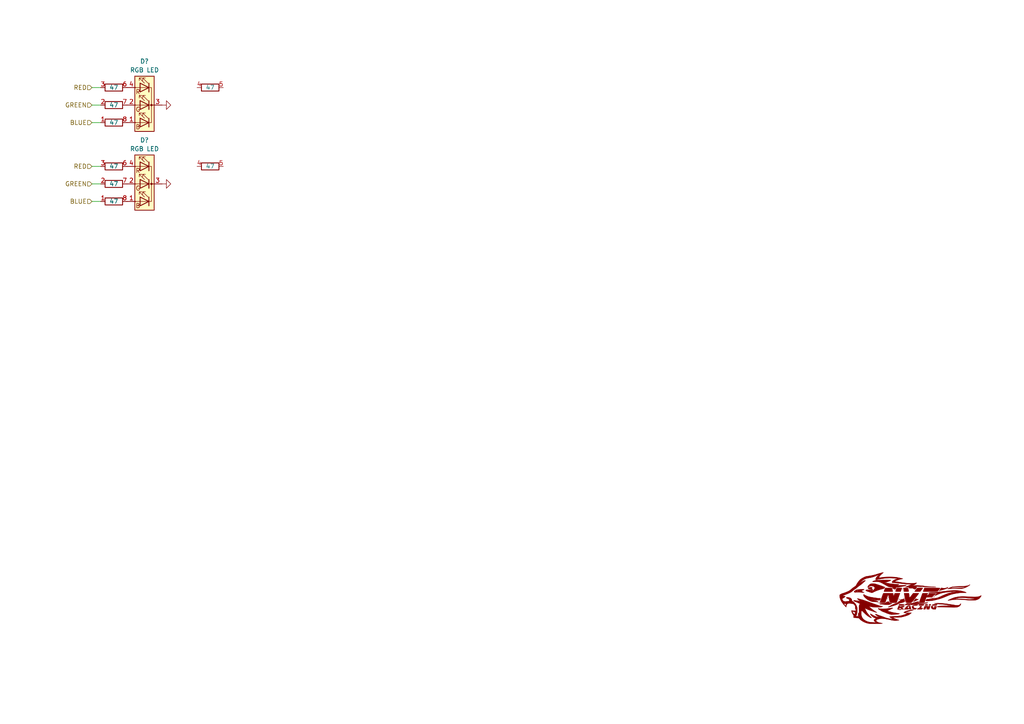
<source format=kicad_sch>
(kicad_sch (version 20230121) (generator eeschema)
  (paper "A4")
  (title_block (title "Dashboard Indicators") (date "2024-01-29") (rev "1"))
  (lib_symbols
    (symbol "Device:LED_BGKR" (pin_names (offset 0) hide)
      (property "Reference" "D" (at 0 9.398 0))
      (property "Value" "LED_BGKR" (at 0 -8.89 0))
      (symbol "LED_BGKR_0_0"
        (text "B" (at 1.905 -6.35 0) (effects (font (size 1.27 1.27))))
        (text "G" (at 1.905 -1.27 0) (effects (font (size 1.27 1.27))))
        (text "R" (at 1.905 3.81 0) (effects (font (size 1.27 1.27))))
      )
      (symbol "LED_BGKR_1_1"
        (pin passive line (at 5.08 -5.08 180) (length 2.54) (name "BA") (number "1"))
        (pin passive line (at 5.08 0 180) (length 2.54) (name "GA") (number "2"))
        (pin passive line (at -5.08 0 0) (length 2.54) (name "K") (number "3"))
        (pin passive line (at 5.08 5.08 180) (length 2.54) (name "RA") (number "4"))
      )
    )
    (symbol "NVF-Kicad:NVF-Logo" (pin_names (offset 1.016)))
    (symbol "NVF-Kicad:R_Network04_Split" (pin_names (offset 0) hide)
      (property "Value" "47" (at 0 0 90))
      (symbol "R_Network04_Split_1_1"
        (pin passive line (at 0 3.81 270) (length 1.27) (name "R1.2") (number "1"))
        (pin passive line (at 0 -3.81 90) (length 1.27) (name "R1.2") (number "8"))
      )
      (symbol "R_Network04_Split_2_1"
        (pin passive line (at 0 3.81 270) (length 1.27) (name "R1") (number "2"))
        (pin passive line (at 0 -3.81 90) (length 1.27) (name "R2.2") (number "7"))
      )
      (symbol "R_Network04_Split_3_1"
        (pin passive line (at 0 3.81 270) (length 1.27) (name "R3.2") (number "3"))
        (pin passive line (at 0 -3.81 90) (length 1.27) (name "R3.2") (number "6"))
      )
      (symbol "R_Network04_Split_4_1"
        (pin passive line (at 0 3.81 270) (length 1.27) (name "R4.2") (number "4"))
        (pin passive line (at 0 -3.81 90) (length 1.27) (name "R4.2") (number "5"))
      )
    )
    (symbol "power:GND" (power) (pin_names (offset 0))
      (property "Value" "GND" (at 0 -3.81 0))
      (symbol "GND_1_1"
        (pin power_in line (at 0 0 270) (length 0) hide (name "GND") (number "1"))
      )
    )
  )
  (wire (pts (xy 26.67 35.56) (xy 29.21 35.56)))
  (wire (pts (xy 26.67 58.42) (xy 29.21 58.42)))
  (wire (pts (xy 26.67 53.34) (xy 29.21 53.34)))
  (wire (pts (xy 26.67 30.48) (xy 29.21 30.48)))
  (wire (pts (xy 26.67 48.26) (xy 29.21 48.26)))
  (wire (pts (xy 26.67 25.4) (xy 29.21 25.4)))
  (hierarchical_label "RED" (shape input) (at 26.67 25.4 180))
  (hierarchical_label "GREEN" (shape input) (at 26.67 53.34 180))
  (hierarchical_label "BLUE" (shape input) (at 26.67 58.42 180))
  (hierarchical_label "GREEN" (shape input) (at 26.67 30.48 180))
  (hierarchical_label "RED" (shape input) (at 26.67 48.26 180))
  (hierarchical_label "BLUE" (shape input) (at 26.67 35.56 180))
  (symbol (lib_id "power:GND") (at 46.99 53.34 90) (unit 1)
    (property "Reference" "#PWR?" (effects hide))
    (property "Value" "GND" (effects hide))
    (instances (project "Dashboard-Indicators" (path "" (reference "#PWR?") (unit 1)) (path "" (reference "#PWR0202") (unit 1)) (path "" (reference "#PWR0302") (unit 1)) (path "" (reference "#PWR0402") (unit 1)) (path "" (reference "#PWR0502") (unit 1)) (path "" (reference "#PWR0602") (unit 1)) (path "" (reference "#PWR0702") (unit 1)) (path "" (reference "#PWR0802") (unit 1))))
  )
  (symbol (lib_id "NVF-Kicad:R_Network04_Split") (at 33.02 35.56 90) (unit 1)
    (property "Reference" "RN201" (effects hide))
    (property "Value" "47" (at 33.02 35.56 90))
    (property "Footprint" "Resistor_SMD:R_Array_Concave_4x0603" (effects hide))
    (property "Datasheet" "http://www.vishay.com/docs/31509/csc.pdf" (effects hide))
    (instances (project "Dashboard-Indicators" (path "" (reference "RN201") (unit 1)) (path "" (reference "RN301") (unit 1)) (path "" (reference "RN401") (unit 1)) (path "" (reference "RN501") (unit 1)) (path "" (reference "RN601") (unit 1)) (path "" (reference "RN701") (unit 1)) (path "" (reference "RN801") (unit 1))))
  )
  (symbol (lib_id "NVF-Kicad:R_Network04_Split") (at 33.02 30.48 90) (unit 2)
    (property "Reference" "RN201" (effects hide))
    (property "Value" "47" (at 33.02 30.48 90))
    (property "Footprint" "Resistor_SMD:R_Array_Concave_4x0603" (effects hide))
    (property "Datasheet" "http://www.vishay.com/docs/31509/csc.pdf" (effects hide))
    (instances (project "Dashboard-Indicators" (path "" (reference "RN201") (unit 2)) (path "" (reference "RN301") (unit 2)) (path "" (reference "RN401") (unit 2)) (path "" (reference "RN501") (unit 2)) (path "" (reference "RN601") (unit 2)) (path "" (reference "RN701") (unit 2)) (path "" (reference "RN801") (unit 2))))
  )
  (symbol (lib_id "NVF-Kicad:R_Network04_Split") (at 60.96 25.4 90) (unit 4)
    (property "Reference" "RN201" (effects hide))
    (property "Value" "47" (at 60.96 25.4 90))
    (property "Footprint" "Resistor_SMD:R_Array_Concave_4x0603" (effects hide))
    (property "Datasheet" "http://www.vishay.com/docs/31509/csc.pdf" (effects hide))
    (instances (project "Dashboard-Indicators" (path "" (reference "RN201") (unit 4)) (path "" (reference "RN301") (unit 4)) (path "" (reference "RN401") (unit 4)) (path "" (reference "RN501") (unit 4)) (path "" (reference "RN601") (unit 4)) (path "" (reference "RN701") (unit 4)) (path "" (reference "RN801") (unit 4))))
  )
  (symbol (lib_id "NVF-Kicad:R_Network04_Split") (at 33.02 25.4 90) (unit 3)
    (property "Reference" "RN201" (effects hide))
    (property "Value" "47" (at 33.02 25.4 90))
    (property "Footprint" "Resistor_SMD:R_Array_Concave_4x0603" (effects hide))
    (property "Datasheet" "http://www.vishay.com/docs/31509/csc.pdf" (effects hide))
    (instances (project "Dashboard-Indicators" (path "" (reference "RN201") (unit 3)) (path "" (reference "RN301") (unit 3)) (path "" (reference "RN401") (unit 3)) (path "" (reference "RN501") (unit 3)) (path "" (reference "RN601") (unit 3)) (path "" (reference "RN701") (unit 3)) (path "" (reference "RN801") (unit 3))))
  )
  (symbol (lib_id "NVF-Kicad:NVF-Logo") (at 264.16 177.8 0) (unit 1)
    (property "Reference" "#G101" (effects hide))
    (property "Value" "LOGO" (effects hide))
    (instances (project "Dashboard-Indicators" (path "" (reference "#G101") (unit 1)) (path "" (reference "#G201") (unit 1)) (path "" (reference "#G301") (unit 1)) (path "" (reference "#G401") (unit 1)) (path "" (reference "#G501") (unit 1)) (path "" (reference "#G601") (unit 1)) (path "" (reference "#G701") (unit 1)) (path "" (reference "#G801") (unit 1))))
  )
  (symbol (lib_id "NVF-Kicad:R_Network04_Split") (at 60.96 48.26 90) (unit 4)
    (property "Reference" "RN202" (effects hide))
    (property "Value" "47" (at 60.96 48.26 90))
    (property "Footprint" "Resistor_SMD:R_Array_Concave_4x0603" (effects hide))
    (property "Datasheet" "http://www.vishay.com/docs/31509/csc.pdf" (effects hide))
    (instances (project "Dashboard-Indicators" (path "" (reference "RN202") (unit 4)) (path "" (reference "RN302") (unit 4)) (path "" (reference "RN402") (unit 4)) (path "" (reference "RN502") (unit 4)) (path "" (reference "RN602") (unit 4)) (path "" (reference "RN702") (unit 4)) (path "" (reference "RN802") (unit 4))))
  )
  (symbol (lib_id "NVF-Kicad:R_Network04_Split") (at 33.02 48.26 90) (unit 3)
    (property "Reference" "RN202" (effects hide))
    (property "Value" "47" (at 33.02 48.26 90))
    (property "Footprint" "Resistor_SMD:R_Array_Concave_4x0603" (effects hide))
    (property "Datasheet" "http://www.vishay.com/docs/31509/csc.pdf" (effects hide))
    (instances (project "Dashboard-Indicators" (path "" (reference "RN202") (unit 3)) (path "" (reference "RN302") (unit 3)) (path "" (reference "RN402") (unit 3)) (path "" (reference "RN502") (unit 3)) (path "" (reference "RN602") (unit 3)) (path "" (reference "RN702") (unit 3)) (path "" (reference "RN802") (unit 3))))
  )
  (symbol (lib_id "Device:LED_BGKR") (at 41.91 30.48 0) (mirror y) (unit 1)
    (property "Reference" "D?" (at 41.91 17.78 0))
    (property "Value" "RGB LED" (at 41.91 20.32 0))
    (property "Footprint" "LED_SMD:LED_RGB_1210" (effects hide))
    (instances (project "Dashboard-Indicators" (path "" (reference "D?") (unit 1)) (path "" (reference "D201") (unit 1)) (path "" (reference "D301") (unit 1)) (path "" (reference "D401") (unit 1)) (path "" (reference "D501") (unit 1)) (path "" (reference "D601") (unit 1)) (path "" (reference "D701") (unit 1)) (path "" (reference "D801") (unit 1))))
  )
  (symbol (lib_id "power:GND") (at 46.99 30.48 90) (unit 1)
    (property "Reference" "#PWR?" (effects hide))
    (property "Value" "GND" (effects hide))
    (instances (project "Dashboard-Indicators" (path "" (reference "#PWR?") (unit 1)) (path "" (reference "#PWR0201") (unit 1)) (path "" (reference "#PWR0301") (unit 1)) (path "" (reference "#PWR0401") (unit 1)) (path "" (reference "#PWR0501") (unit 1)) (path "" (reference "#PWR0601") (unit 1)) (path "" (reference "#PWR0701") (unit 1)) (path "" (reference "#PWR0801") (unit 1))))
  )
  (symbol (lib_id "NVF-Kicad:R_Network04_Split") (at 33.02 58.42 90) (unit 1)
    (property "Reference" "RN202" (effects hide))
    (property "Value" "47" (at 33.02 58.42 90))
    (property "Footprint" "Resistor_SMD:R_Array_Concave_4x0603" (effects hide))
    (property "Datasheet" "http://www.vishay.com/docs/31509/csc.pdf" (effects hide))
    (instances (project "Dashboard-Indicators" (path "" (reference "RN202") (unit 1)) (path "" (reference "RN302") (unit 1)) (path "" (reference "RN402") (unit 1)) (path "" (reference "RN502") (unit 1)) (path "" (reference "RN602") (unit 1)) (path "" (reference "RN702") (unit 1)) (path "" (reference "RN802") (unit 1))))
  )
  (symbol (lib_id "Device:LED_BGKR") (at 41.91 53.34 0) (mirror y) (unit 1)
    (property "Reference" "D?" (at 41.91 40.64 0))
    (property "Value" "RGB LED" (at 41.91 43.18 0))
    (property "Footprint" "LED_SMD:LED_RGB_1210" (effects hide))
    (instances (project "Dashboard-Indicators" (path "" (reference "D?") (unit 1)) (path "" (reference "D202") (unit 1)) (path "" (reference "D302") (unit 1)) (path "" (reference "D402") (unit 1)) (path "" (reference "D502") (unit 1)) (path "" (reference "D602") (unit 1)) (path "" (reference "D702") (unit 1)) (path "" (reference "D802") (unit 1))))
  )
  (symbol (lib_id "NVF-Kicad:R_Network04_Split") (at 33.02 53.34 90) (unit 2)
    (property "Reference" "RN202" (effects hide))
    (property "Value" "47" (at 33.02 53.34 90))
    (property "Footprint" "Resistor_SMD:R_Array_Concave_4x0603" (effects hide))
    (property "Datasheet" "http://www.vishay.com/docs/31509/csc.pdf" (effects hide))
    (instances (project "Dashboard-Indicators" (path "" (reference "RN202") (unit 2)) (path "" (reference "RN302") (unit 2)) (path "" (reference "RN402") (unit 2)) (path "" (reference "RN502") (unit 2)) (path "" (reference "RN602") (unit 2)) (path "" (reference "RN702") (unit 2)) (path "" (reference "RN802") (unit 2))))
  )
)
</source>
